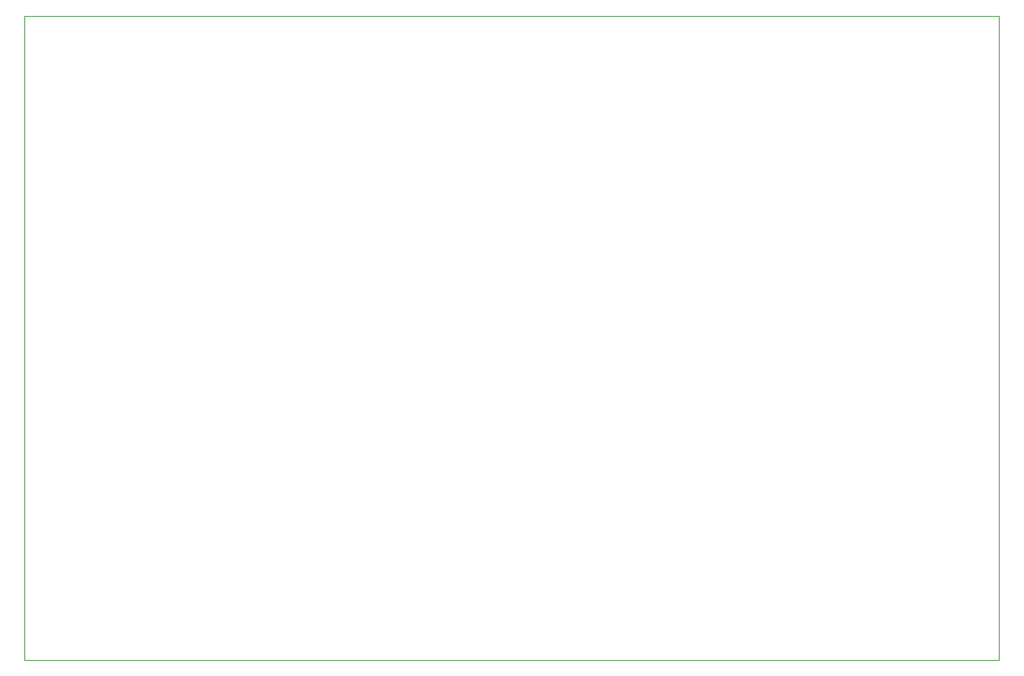
<source format=gbr>
%TF.GenerationSoftware,KiCad,Pcbnew,8.0.7*%
%TF.CreationDate,2024-12-15T23:10:09+01:00*%
%TF.ProjectId,leany,6c65616e-792e-46b6-9963-61645f706362,rev?*%
%TF.SameCoordinates,Original*%
%TF.FileFunction,Profile,NP*%
%FSLAX46Y46*%
G04 Gerber Fmt 4.6, Leading zero omitted, Abs format (unit mm)*
G04 Created by KiCad (PCBNEW 8.0.7) date 2024-12-15 23:10:09*
%MOMM*%
%LPD*%
G01*
G04 APERTURE LIST*
%TA.AperFunction,Profile*%
%ADD10C,0.050000*%
%TD*%
G04 APERTURE END LIST*
D10*
X89445000Y-56025000D02*
X197745000Y-56025000D01*
X197745000Y-127625000D01*
X89445000Y-127625000D01*
X89445000Y-56025000D01*
M02*

</source>
